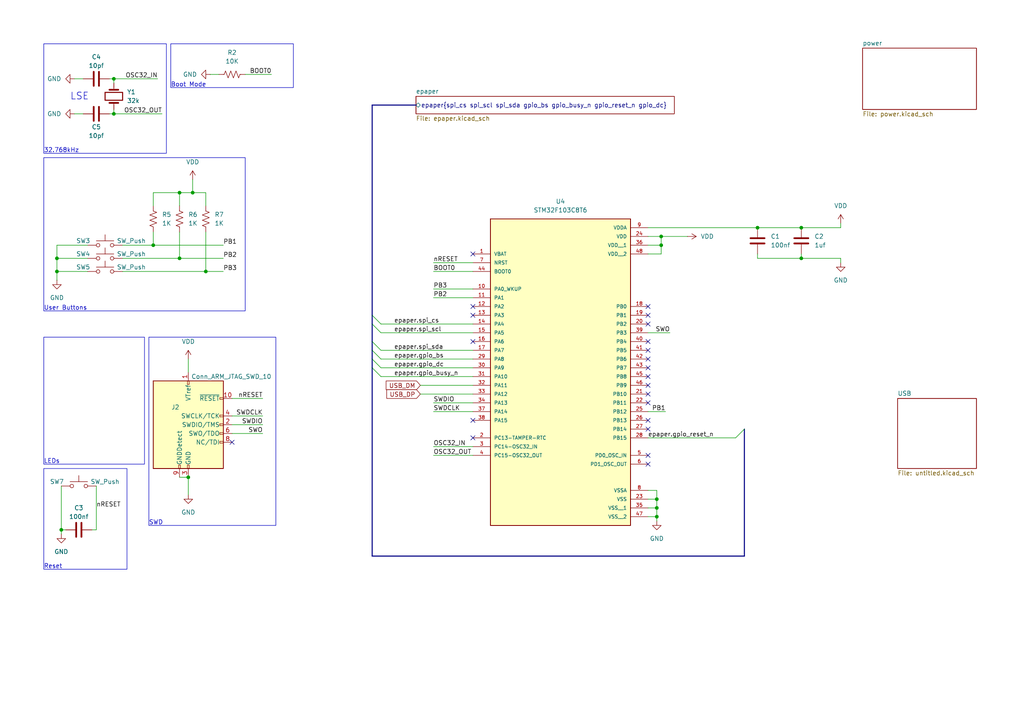
<source format=kicad_sch>
(kicad_sch (version 20231120) (generator "eeschema") (generator_version "8.0")
  (paper "A4")
  (lib_symbols
    (symbol "Connector:Conn_ARM_JTAG_SWD_10" (pin_names (offset 1.016))
      (property "Reference" "J" (at -2.54 16.51 0))
      (property "Value" "Conn_ARM_JTAG_SWD_10" (at -2.54 13.97 0))
      (symbol "Conn_ARM_JTAG_SWD_10_0_1"
        (rectangle (start -10.16 12.7) (end 10.16 -12.7) (stroke (width 0.254)) (fill (type background)))
        (rectangle (start -2.794 -12.7) (end -2.286 -11.684))
        (rectangle (start -0.254 -12.7) (end 0.254 -11.684))
        (rectangle (start -0.254 12.7) (end 0.254 11.684))
        (rectangle (start 9.144 2.286) (end 10.16 2.794))
        (rectangle (start 10.16 -2.794) (end 9.144 -2.286))
        (rectangle (start 10.16 -0.254) (end 9.144 0.254))
        (rectangle (start 10.16 7.874) (end 9.144 7.366))
      )
      (symbol "Conn_ARM_JTAG_SWD_10_1_1"
        (rectangle (start 9.144 -5.334) (end 10.16 -4.826))
        (pin power_in line (at 0 15.24 270) (length 2.54) (name "VTref") (number "1"))
        (pin open_collector line (at 12.7 7.62 180) (length 2.54) (name "~{RESET}") (number "10"))
        (pin bidirectional line (at 12.7 0 180) (length 2.54) (name "SWDIO/TMS") (number "2"))
        (pin power_in line (at 0 -15.24 90) (length 2.54) (name "GND") (number "3"))
        (pin output line (at 12.7 2.54 180) (length 2.54) (name "SWCLK/TCK") (number "4"))
        (pin passive line (at 0 -15.24 90) (length 2.54) hide (name "GND") (number "5"))
        (pin input line (at 12.7 -2.54 180) (length 2.54) (name "SWO/TDO") (number "6"))
        (pin no_connect line (at -10.16 0 0) (length 2.54) hide (name "KEY") (number "7"))
        (pin output line (at 12.7 -5.08 180) (length 2.54) (name "NC/TDI") (number "8"))
        (pin passive line (at -2.54 -15.24 90) (length 2.54) (name "GNDDetect") (number "9"))
      )
    )
    (symbol "Device:C" (pin_numbers hide) (pin_names (offset 0.254))
      (property "Reference" "C" (at 0.635 2.54 0))
      (property "Value" "C" (at 0.635 -2.54 0))
      (symbol "C_0_1"
        (polyline (pts (xy -2.032 -0.762) (xy 2.032 -0.762)) (stroke (width 0.508)))
        (polyline (pts (xy -2.032 0.762) (xy 2.032 0.762)) (stroke (width 0.508)))
      )
      (symbol "C_1_1"
        (pin passive line (at 0 3.81 270) (length 2.794) (name "~") (number "1"))
        (pin passive line (at 0 -3.81 90) (length 2.794) (name "~") (number "2"))
      )
    )
    (symbol "Device:Crystal" (pin_numbers hide) (pin_names (offset 1.016) hide)
      (property "Reference" "Y" (at 0 3.81 0))
      (property "Value" "Crystal" (at 0 -3.81 0))
      (symbol "Crystal_0_1"
        (rectangle (start -1.143 2.54) (end 1.143 -2.54) (stroke (width 0.3048)))
        (polyline (pts (xy -2.54 0) (xy -1.905 0)))
        (polyline (pts (xy -1.905 -1.27) (xy -1.905 1.27)) (stroke (width 0.508)))
        (polyline (pts (xy 1.905 -1.27) (xy 1.905 1.27)) (stroke (width 0.508)))
        (polyline (pts (xy 2.54 0) (xy 1.905 0)))
      )
      (symbol "Crystal_1_1"
        (pin passive line (at -3.81 0 0) (length 1.27) (name "1") (number "1"))
        (pin passive line (at 3.81 0 180) (length 1.27) (name "2") (number "2"))
      )
    )
    (symbol "Device:R_US" (pin_numbers hide) (pin_names (offset 0))
      (property "Reference" "R" (at 2.54 0 90))
      (property "Value" "R_US" (at -2.54 0 90))
      (symbol "R_US_0_1"
        (polyline (pts (xy 0 -2.286) (xy 0 -2.54)))
        (polyline (pts (xy 0 2.286) (xy 0 2.54)))
        (polyline (pts (xy 0 -0.762) (xy 1.016 -1.143) (xy 0 -1.524) (xy -1.016 -1.905) (xy 0 -2.286)))
        (polyline (pts (xy 0 0.762) (xy 1.016 0.381) (xy 0 0) (xy -1.016 -0.381) (xy 0 -0.762)))
        (polyline (pts (xy 0 2.286) (xy 1.016 1.905) (xy 0 1.524) (xy -1.016 1.143) (xy 0 0.762)))
      )
      (symbol "R_US_1_1"
        (pin passive line (at 0 3.81 270) (length 1.27) (name "~") (number "1"))
        (pin passive line (at 0 -3.81 90) (length 1.27) (name "~") (number "2"))
      )
    )
    (symbol "NoahLibrary:STM32F103C8T6" (pin_names (offset 1.016))
      (property "Reference" "U" (at -20.32 41.275 0))
      (property "Value" "STM32F103C8T6" (at -20.32 -50.8 0))
      (symbol "STM32F103C8T6_0_0"
        (rectangle (start -20.32 -48.26) (end 20.32 40.64) (stroke (width 0.254)) (fill (type background)))
        (pin bidirectional line (at -25.4 30.48 0) (length 5.08) (name "VBAT") (number "1"))
        (pin bidirectional line (at -25.4 20.32 0) (length 5.08) (name "PA0_WKUP") (number "10"))
        (pin bidirectional line (at -25.4 17.78 0) (length 5.08) (name "PA1") (number "11"))
        (pin bidirectional line (at -25.4 15.24 0) (length 5.08) (name "PA2") (number "12"))
        (pin bidirectional line (at -25.4 12.7 0) (length 5.08) (name "PA3") (number "13"))
        (pin bidirectional line (at -25.4 10.16 0) (length 5.08) (name "PA4") (number "14"))
        (pin bidirectional line (at -25.4 7.62 0) (length 5.08) (name "PA5") (number "15"))
        (pin bidirectional line (at -25.4 5.08 0) (length 5.08) (name "PA6") (number "16"))
        (pin bidirectional line (at -25.4 2.54 0) (length 5.08) (name "PA7") (number "17"))
        (pin bidirectional line (at 25.4 15.24 180) (length 5.08) (name "PB0") (number "18"))
        (pin bidirectional line (at 25.4 12.7 180) (length 5.08) (name "PB1") (number "19"))
        (pin bidirectional line (at -25.4 -22.86 0) (length 5.08) (name "PC13-TAMPER-RTC") (number "2"))
        (pin bidirectional line (at 25.4 10.16 180) (length 5.08) (name "PB2") (number "20"))
        (pin bidirectional line (at 25.4 -10.16 180) (length 5.08) (name "PB10") (number "21"))
        (pin bidirectional line (at 25.4 -12.7 180) (length 5.08) (name "PB11") (number "22"))
        (pin power_in line (at 25.4 -40.64 180) (length 5.08) (name "VSS") (number "23"))
        (pin power_in line (at 25.4 35.56 180) (length 5.08) (name "VDD") (number "24"))
        (pin bidirectional line (at 25.4 -15.24 180) (length 5.08) (name "PB12") (number "25"))
        (pin bidirectional line (at 25.4 -17.78 180) (length 5.08) (name "PB13") (number "26"))
        (pin bidirectional line (at 25.4 -20.32 180) (length 5.08) (name "PB14") (number "27"))
        (pin bidirectional line (at 25.4 -22.86 180) (length 5.08) (name "PB15") (number "28"))
        (pin bidirectional line (at -25.4 0 0) (length 5.08) (name "PA8") (number "29"))
        (pin bidirectional line (at -25.4 -25.4 0) (length 5.08) (name "PC14-OSC32_IN") (number "3"))
        (pin bidirectional line (at -25.4 -2.54 0) (length 5.08) (name "PA9") (number "30"))
        (pin bidirectional line (at -25.4 -5.08 0) (length 5.08) (name "PA10") (number "31"))
        (pin bidirectional line (at -25.4 -7.62 0) (length 5.08) (name "PA11") (number "32"))
        (pin bidirectional line (at -25.4 -10.16 0) (length 5.08) (name "PA12") (number "33"))
        (pin bidirectional line (at -25.4 -12.7 0) (length 5.08) (name "PA13") (number "34"))
        (pin power_in line (at 25.4 -43.18 180) (length 5.08) (name "VSS__1") (number "35"))
        (pin power_in line (at 25.4 33.02 180) (length 5.08) (name "VDD__1") (number "36"))
        (pin bidirectional line (at -25.4 -15.24 0) (length 5.08) (name "PA14") (number "37"))
        (pin bidirectional line (at -25.4 -17.78 0) (length 5.08) (name "PA15") (number "38"))
        (pin bidirectional line (at 25.4 7.62 180) (length 5.08) (name "PB3") (number "39"))
        (pin bidirectional line (at -25.4 -27.94 0) (length 5.08) (name "PC15-OSC32_OUT") (number "4"))
        (pin bidirectional line (at 25.4 5.08 180) (length 5.08) (name "PB4") (number "40"))
        (pin bidirectional line (at 25.4 2.54 180) (length 5.08) (name "PB5") (number "41"))
        (pin bidirectional line (at 25.4 0 180) (length 5.08) (name "PB6") (number "42"))
        (pin bidirectional line (at 25.4 -2.54 180) (length 5.08) (name "PB7") (number "43"))
        (pin input line (at -25.4 25.4 0) (length 5.08) (name "BOOT0") (number "44"))
        (pin bidirectional line (at 25.4 -5.08 180) (length 5.08) (name "PB8") (number "45"))
        (pin bidirectional line (at 25.4 -7.62 180) (length 5.08) (name "PB9") (number "46"))
        (pin power_in line (at 25.4 -45.72 180) (length 5.08) (name "VSS__2") (number "47"))
        (pin power_in line (at 25.4 30.48 180) (length 5.08) (name "VDD__2") (number "48"))
        (pin bidirectional line (at 25.4 -27.94 180) (length 5.08) (name "PD0_OSC_IN") (number "5"))
        (pin bidirectional line (at 25.4 -30.48 180) (length 5.08) (name "PD1_OSC_OUT") (number "6"))
        (pin input line (at -25.4 27.94 0) (length 5.08) (name "NRST") (number "7"))
        (pin power_in line (at 25.4 -38.1 180) (length 5.08) (name "VSSA") (number "8"))
        (pin power_in line (at 25.4 38.1 180) (length 5.08) (name "VDDA") (number "9"))
      )
    )
    (symbol "Switch:SW_Push" (pin_numbers hide) (pin_names (offset 1.016) hide)
      (property "Reference" "SW" (at 1.27 2.54 0))
      (property "Value" "SW_Push" (at 0 -1.524 0))
      (symbol "SW_Push_0_1"
        (circle (center -2.032 0) (radius 0.508))
        (polyline (pts (xy 0 1.27) (xy 0 3.048)))
        (polyline (pts (xy 2.54 1.27) (xy -2.54 1.27)))
        (circle (center 2.032 0) (radius 0.508))
        (pin passive line (at -5.08 0 0) (length 2.54) (name "1") (number "1"))
        (pin passive line (at 5.08 0 180) (length 2.54) (name "2") (number "2"))
      )
    )
    (symbol "power:GND" (power) (pin_numbers hide) (pin_names (offset 0) hide)
      (property "Value" "GND" (at 0 -3.81 0))
      (symbol "GND_0_1"
        (polyline (pts (xy 0 0) (xy 0 -1.27) (xy 1.27 -1.27) (xy 0 -2.54) (xy -1.27 -1.27) (xy 0 -1.27)))
      )
      (symbol "GND_1_1"
        (pin power_in line (at 0 0 270) (length 0) (name "~") (number "1"))
      )
    )
    (symbol "power:VDD" (power) (pin_numbers hide) (pin_names (offset 0) hide)
      (property "Value" "VDD" (at 0 3.556 0))
      (symbol "VDD_0_1"
        (polyline (pts (xy -0.762 1.27) (xy 0 2.54)))
        (polyline (pts (xy 0 0) (xy 0 2.54)))
        (polyline (pts (xy 0 2.54) (xy 0.762 1.27)))
      )
      (symbol "VDD_1_1"
        (pin power_in line (at 0 0 90) (length 0) (name "~") (number "1"))
      )
    )
  )
  (junction (at 190.5 147.32))
  (junction (at 33.02 22.86))
  (junction (at 190.5 149.86))
  (junction (at 33.02 33.02))
  (junction (at 190.5 144.78))
  (junction (at 54.61 138.43))
  (junction (at 59.69 78.74))
  (junction (at 191.77 71.12))
  (junction (at 16.51 78.74))
  (junction (at 16.51 74.93))
  (junction (at 44.45 71.12))
  (junction (at 52.07 74.93))
  (junction (at 232.41 66.04))
  (junction (at 52.07 55.88))
  (junction (at 17.78 153.67))
  (junction (at 232.41 74.93))
  (junction (at 55.88 55.88))
  (junction (at 191.77 68.58))
  (junction (at 219.71 66.04))
  (no_connect (at 187.96 132.08))
  (no_connect (at 187.96 121.92))
  (no_connect (at 187.96 124.46))
  (no_connect (at 137.16 99.06))
  (no_connect (at 137.16 91.44))
  (no_connect (at 187.96 111.76))
  (no_connect (at 187.96 114.3))
  (no_connect (at 187.96 116.84))
  (no_connect (at 187.96 91.44))
  (no_connect (at 137.16 88.9))
  (no_connect (at 67.31 128.27))
  (no_connect (at 187.96 99.06))
  (no_connect (at 187.96 134.62))
  (no_connect (at 187.96 104.14))
  (no_connect (at 137.16 121.92))
  (no_connect (at 187.96 93.98))
  (no_connect (at 137.16 73.66))
  (no_connect (at 187.96 88.9))
  (no_connect (at 187.96 106.68))
  (no_connect (at 187.96 101.6))
  (no_connect (at 187.96 109.22))
  (no_connect (at 137.16 127))
  (bus_entry (at 107.95 106.68) (size 2.54 2.54))
  (bus_entry (at 107.95 91.44) (size 2.54 2.54))
  (bus_entry (at 107.95 99.06) (size 2.54 2.54))
  (bus_entry (at 215.9 124.46) (size -2.54 2.54))
  (bus_entry (at 107.95 93.98) (size 2.54 2.54))
  (bus_entry (at 107.95 101.6) (size 2.54 2.54))
  (bus_entry (at 107.95 104.14) (size 2.54 2.54))
  (wire (pts (xy 187.96 142.24) (xy 190.5 142.24)))
  (wire (pts (xy 125.73 132.08) (xy 137.16 132.08)))
  (wire (pts (xy 31.75 33.02) (xy 33.02 33.02)))
  (wire (pts (xy 17.78 153.67) (xy 17.78 154.94)))
  (wire (pts (xy 52.07 67.31) (xy 52.07 74.93)))
  (wire (pts (xy 76.2 125.73) (xy 67.31 125.73)))
  (wire (pts (xy 59.69 55.88) (xy 59.69 59.69)))
  (bus (pts (xy 107.95 104.14) (xy 107.95 106.68)))
  (bus (pts (xy 120.65 30.48) (xy 107.95 30.48)))
  (wire (pts (xy 54.61 138.43) (xy 52.07 138.43)))
  (wire (pts (xy 21.59 33.02) (xy 24.13 33.02)))
  (wire (pts (xy 21.59 22.86) (xy 24.13 22.86)))
  (wire (pts (xy 125.73 116.84) (xy 137.16 116.84)))
  (bus (pts (xy 215.9 124.46) (xy 215.9 161.29)))
  (bus (pts (xy 107.95 99.06) (xy 107.95 101.6)))
  (wire (pts (xy 187.96 66.04) (xy 219.71 66.04)))
  (wire (pts (xy 232.41 74.93) (xy 232.41 73.66)))
  (wire (pts (xy 187.96 127) (xy 213.36 127)))
  (wire (pts (xy 44.45 71.12) (xy 64.77 71.12)))
  (wire (pts (xy 121.92 111.76) (xy 137.16 111.76)))
  (wire (pts (xy 16.51 71.12) (xy 16.51 74.93)))
  (wire (pts (xy 55.88 52.07) (xy 55.88 55.88)))
  (wire (pts (xy 52.07 55.88) (xy 52.07 59.69)))
  (wire (pts (xy 187.96 149.86) (xy 190.5 149.86)))
  (wire (pts (xy 71.12 21.59) (xy 78.74 21.59)))
  (wire (pts (xy 76.2 115.57) (xy 67.31 115.57)))
  (wire (pts (xy 25.4 71.12) (xy 16.51 71.12)))
  (wire (pts (xy 232.41 74.93) (xy 219.71 74.93)))
  (wire (pts (xy 27.94 140.97) (xy 27.94 153.67)))
  (wire (pts (xy 76.2 120.65) (xy 67.31 120.65)))
  (wire (pts (xy 110.49 101.6) (xy 137.16 101.6)))
  (wire (pts (xy 191.77 68.58) (xy 191.77 71.12)))
  (wire (pts (xy 110.49 106.68) (xy 137.16 106.68)))
  (wire (pts (xy 33.02 22.86) (xy 33.02 24.13)))
  (wire (pts (xy 190.5 147.32) (xy 190.5 149.86)))
  (wire (pts (xy 125.73 86.36) (xy 137.16 86.36)))
  (wire (pts (xy 44.45 67.31) (xy 44.45 71.12)))
  (wire (pts (xy 190.5 144.78) (xy 190.5 147.32)))
  (bus (pts (xy 107.95 161.29) (xy 215.9 161.29)))
  (wire (pts (xy 33.02 22.86) (xy 45.72 22.86)))
  (bus (pts (xy 107.95 93.98) (xy 107.95 99.06)))
  (wire (pts (xy 52.07 74.93) (xy 64.77 74.93)))
  (wire (pts (xy 187.96 119.38) (xy 193.04 119.38)))
  (wire (pts (xy 191.77 71.12) (xy 191.77 73.66)))
  (wire (pts (xy 219.71 66.04) (xy 232.41 66.04)))
  (wire (pts (xy 232.41 66.04) (xy 243.84 66.04)))
  (wire (pts (xy 76.2 123.19) (xy 67.31 123.19)))
  (wire (pts (xy 35.56 78.74) (xy 59.69 78.74)))
  (wire (pts (xy 243.84 66.04) (xy 243.84 64.77)))
  (wire (pts (xy 17.78 140.97) (xy 17.78 153.67)))
  (bus (pts (xy 107.95 101.6) (xy 107.95 104.14)))
  (wire (pts (xy 243.84 74.93) (xy 232.41 74.93)))
  (wire (pts (xy 121.92 114.3) (xy 137.16 114.3)))
  (wire (pts (xy 110.49 104.14) (xy 137.16 104.14)))
  (wire (pts (xy 125.73 76.2) (xy 137.16 76.2)))
  (wire (pts (xy 191.77 73.66) (xy 187.96 73.66)))
  (wire (pts (xy 54.61 138.43) (xy 54.61 143.51)))
  (wire (pts (xy 190.5 142.24) (xy 190.5 144.78)))
  (wire (pts (xy 55.88 55.88) (xy 59.69 55.88)))
  (wire (pts (xy 35.56 71.12) (xy 44.45 71.12)))
  (wire (pts (xy 16.51 78.74) (xy 25.4 78.74)))
  (wire (pts (xy 44.45 55.88) (xy 52.07 55.88)))
  (wire (pts (xy 187.96 68.58) (xy 191.77 68.58)))
  (wire (pts (xy 187.96 144.78) (xy 190.5 144.78)))
  (wire (pts (xy 191.77 68.58) (xy 199.39 68.58)))
  (wire (pts (xy 26.67 153.67) (xy 27.94 153.67)))
  (wire (pts (xy 33.02 33.02) (xy 33.02 31.75)))
  (wire (pts (xy 16.51 78.74) (xy 16.51 81.28)))
  (wire (pts (xy 125.73 119.38) (xy 137.16 119.38)))
  (wire (pts (xy 35.56 74.93) (xy 52.07 74.93)))
  (wire (pts (xy 243.84 74.93) (xy 243.84 76.2)))
  (bus (pts (xy 107.95 30.48) (xy 107.95 91.44)))
  (wire (pts (xy 33.02 33.02) (xy 46.99 33.02)))
  (wire (pts (xy 60.96 21.59) (xy 63.5 21.59)))
  (wire (pts (xy 110.49 96.52) (xy 137.16 96.52)))
  (bus (pts (xy 107.95 91.44) (xy 107.95 93.98)))
  (wire (pts (xy 16.51 74.93) (xy 16.51 78.74)))
  (bus (pts (xy 107.95 106.68) (xy 107.95 161.29)))
  (wire (pts (xy 190.5 149.86) (xy 190.5 151.13)))
  (wire (pts (xy 59.69 67.31) (xy 59.69 78.74)))
  (wire (pts (xy 44.45 55.88) (xy 44.45 59.69)))
  (wire (pts (xy 125.73 129.54) (xy 137.16 129.54)))
  (wire (pts (xy 187.96 96.52) (xy 194.31 96.52)))
  (wire (pts (xy 31.75 22.86) (xy 33.02 22.86)))
  (wire (pts (xy 110.49 109.22) (xy 137.16 109.22)))
  (wire (pts (xy 187.96 71.12) (xy 191.77 71.12)))
  (wire (pts (xy 16.51 74.93) (xy 25.4 74.93)))
  (wire (pts (xy 219.71 74.93) (xy 219.71 73.66)))
  (wire (pts (xy 52.07 55.88) (xy 55.88 55.88)))
  (wire (pts (xy 125.73 83.82) (xy 137.16 83.82)))
  (wire (pts (xy 187.96 147.32) (xy 190.5 147.32)))
  (wire (pts (xy 110.49 93.98) (xy 137.16 93.98)))
  (wire (pts (xy 17.78 153.67) (xy 19.05 153.67)))
  (wire (pts (xy 54.61 104.14) (xy 54.61 107.95)))
  (wire (pts (xy 59.69 78.74) (xy 64.77 78.74)))
  (wire (pts (xy 125.73 78.74) (xy 137.16 78.74)))
  (rectangle (start 12.7 97.79) (end 41.91 134.62))
  (rectangle (start 49.53 12.7) (end 85.09 25.4))
  (rectangle (start 43.18 97.79) (end 80.01 152.4))
  (rectangle (start 12.7 135.89) (end 36.83 165.1))
  (rectangle (start 12.7 12.7) (end 48.26 44.45))
  (rectangle (start 12.7 45.72) (end 71.12 90.17))
  (text "Boot Mode\n" (at 49.53 25.4 0) (effects (font (size 1.27 1.27)) (justify left bottom)))
  (text "User Buttons" (at 12.7 90.17 0) (effects (font (size 1.27 1.27)) (justify left bottom)))
  (text "LSE" (at 20.32 29.21 0) (effects (font (size 2 2)) (justify left bottom)))
  (text "32.768kHz" (at 12.7 44.45 0) (effects (font (size 1.27 1.27)) (justify left bottom)))
  (text "SWD" (at 43.18 152.4 0) (effects (font (size 1.27 1.27)) (justify left bottom)))
  (text "LEDs" (at 12.7 134.62 0) (effects (font (size 1.27 1.27)) (justify left bottom)))
  (text "Reset" (at 12.7 165.1 0) (effects (font (size 1.27 1.27)) (justify left bottom)))
  (label "epaper.gpio_dc" (at 114.3 106.68 0))
  (label "SWO" (at 194.31 96.52 180))
  (label "SWDIO" (at 76.2 123.19 180))
  (label "SWDIO" (at 125.73 116.84 0))
  (label "epaper.spi_cs" (at 114.3 93.98 0))
  (label "OSC32_OUT" (at 46.99 33.02 180))
  (label "BOOT0" (at 78.74 21.59 180))
  (label "OSC32_IN" (at 45.72 22.86 180))
  (label "PB1" (at 64.77 71.12 0))
  (label "OSC32_OUT" (at 125.73 132.08 0))
  (label "PB2" (at 125.73 86.36 0))
  (label "nRESET" (at 125.73 76.2 0))
  (label "nRESET" (at 76.2 115.57 180))
  (label "SWDCLK" (at 125.73 119.38 0))
  (label "PB1" (at 193.04 119.38 180))
  (label "nRESET" (at 27.94 147.32 0))
  (label "epaper.spi_scl" (at 114.3 96.52 0))
  (label "PB2" (at 64.77 74.93 0))
  (label "BOOT0" (at 125.73 78.74 0))
  (label "epaper.gpio_busy_n" (at 114.3 109.22 0))
  (label "PB3" (at 125.73 83.82 0))
  (label "SWDCLK" (at 76.2 120.65 180))
  (label "epaper.gpio_reset_n" (at 187.96 127 0))
  (label "epaper.gpio_bs" (at 114.3 104.14 0))
  (label "OSC32_IN" (at 125.73 129.54 0))
  (label "epaper.spi_sda" (at 114.3 101.6 0))
  (label "PB3" (at 64.77 78.74 0))
  (label "SWO" (at 76.2 125.73 180))
  (global_label "USB_DP" (shape input) (at 121.92 114.3 180) (property "Intersheetrefs" "${INTERSHEET_REFS}" (effects (hide yes))))
  (global_label "USB_DM" (shape input) (at 121.92 111.76 180) (property "Intersheetrefs" "${INTERSHEET_REFS}" (effects (hide yes))))
  (symbol (lib_id "Device:C") (at 232.41 69.85 0) (unit 1)
    (property "Reference" "C2" (at 236.22 68.58 0) (effects (justify left)))
    (property "Value" "1uf" (at 236.22 71.12 0) (effects (justify left)))
    (property "Footprint" "Capacitor_SMD:C_0603_1608Metric" (effects (hide yes)))
    (property "Description" "Unpolarized capacitor" (effects (hide yes)))
    (property "Link To Purchase" "https://www.mouser.com/ProductDetail/TAIYO-YUDEN/MSASU168AB7105KTNA01?qs=tlsG%2FOw5FFi8%2FWa2DKtI4Q%3D%3D" (effects (hide yes)))
    (property "Part Number" "MSASU168AB7105KTNA01" (effects (hide yes)))
    (property "JLCPCB Part #" "C90540" (effects (hide yes)))
    (property "LCSC Part Number" "C90540" (effects (hide yes)))
  )
  (symbol (lib_id "power:GND") (at 54.61 143.51 0) (unit 1)
    (property "Reference" "#PWR015" (effects (hide yes)))
    (property "Value" "GND" (at 54.61 148.59 0))
    (property "Description" "Power symbol creates a global label with name \"GND\" , ground" (effects (hide yes)))
  )
  (symbol (lib_id "power:VDD") (at 199.39 68.58 270) (unit 1)
    (property "Reference" "#PWR010" (effects (hide yes)))
    (property "Value" "VDD" (at 203.2 68.58 90) (effects (justify left)))
    (property "Description" "Power symbol creates a global label with name \"VDD\"" (effects (hide yes)))
  )
  (symbol (lib_id "Switch:SW_Push") (at 22.86 140.97 0) (unit 1)
    (property "Reference" "SW7" (at 16.51 139.7 0))
    (property "Value" "SW_Push" (at 30.48 139.7 0))
    (property "Footprint" "NoahsFootprints:PTS526" (effects (hide yes)))
    (property "Description" "Push button switch, generic, two pins" (effects (hide yes)))
    (property "Link To Purchase" "https://www.mouser.com/ProductDetail/CK/PTS526SMG20SMTR21-LFS?qs=MyNHzdoqoQLOqPcVU%2F1RhA%3D%3D" (effects (hide yes)))
    (property "Part Number" "PTS526SM15SMTR2LFS" (effects (hide yes)))
    (property "JLCPCB Part #" "C2689538" (effects (hide yes)))
    (property "LCSC Part Number" "C2689538" (effects (hide yes)))
  )
  (symbol (lib_id "Switch:SW_Push") (at 30.48 74.93 0) (unit 1)
    (property "Reference" "SW4" (at 24.13 73.66 0))
    (property "Value" "SW_Push" (at 38.1 73.66 0))
    (property "Footprint" "NoahsFootprints:PTS526" (effects (hide yes)))
    (property "Description" "Push button switch, generic, two pins" (effects (hide yes)))
    (property "Link To Purchase" "https://www.mouser.com/ProductDetail/CK/PTS526SMG20SMTR21-LFS?qs=MyNHzdoqoQLOqPcVU%2F1RhA%3D%3D" (effects (hide yes)))
    (property "Part Number" "PTS526SM15SMTR2LFS" (effects (hide yes)))
    (property "JLCPCB Part #" "C2689538" (effects (hide yes)))
    (property "LCSC Part Number" "C2689538" (effects (hide yes)))
  )
  (symbol (lib_id "Device:R_US") (at 44.45 63.5 180) (unit 1)
    (property "Reference" "R5" (at 46.99 62.23 0) (effects (justify right)))
    (property "Value" "1K" (at 46.99 64.77 0) (effects (justify right)))
    (property "Footprint" "Resistor_SMD:R_0603_1608Metric" (effects (hide yes)))
    (property "Description" "Resistor, US symbol" (effects (hide yes)))
    (property "Link To Purchase" "https://www.mouser.com/ProductDetail/Vishay-Dale/CRCW06031K00DHEBP?qs=sGAEpiMZZMtlubZbdhIBIEwnecvLzJsplaoLteA%252BENo%3D" (effects (hide yes)))
    (property "Part Number" "AC0603JR-071KL" (effects (hide yes)))
    (property "JLCPCB Part #" "C144622" (effects (hide yes)))
    (property "LCSC Part Number" "C144622" (effects (hide yes)))
  )
  (symbol (lib_id "power:VDD") (at 55.88 52.07 0) (unit 1)
    (property "Reference" "#PWR023" (effects (hide yes)))
    (property "Value" "VDD" (at 55.88 46.99 0))
    (property "Description" "Power symbol creates a global label with name \"VDD\"" (effects (hide yes)))
  )
  (symbol (lib_id "Device:C") (at 219.71 69.85 0) (unit 1)
    (property "Reference" "C1" (at 223.52 68.58 0) (effects (justify left)))
    (property "Value" "100nf" (at 223.52 71.12 0) (effects (justify left)))
    (property "Footprint" "Capacitor_SMD:C_0603_1608Metric" (effects (hide yes)))
    (property "Description" "Unpolarized capacitor" (effects (hide yes)))
    (property "Link To Purchase" "https://www.mouser.com/ProductDetail/KYOCERA-AVX/KAM15AR71H104KT?qs=Jm2GQyTW%2Fbh2%2FGRPGE98wA%3D%3D" (effects (hide yes)))
    (property "Part Number" "KAM15AR71H104KT" (effects (hide yes)))
    (property "JLCPCB Part #" "C14663" (effects (hide yes)))
    (property "LCSC Part Number" "C14663" (effects (hide yes)))
  )
  (symbol (lib_id "power:GND") (at 243.84 76.2 0) (unit 1)
    (property "Reference" "#PWR04" (effects (hide yes)))
    (property "Value" "GND" (at 243.84 81.28 0))
    (property "Description" "Power symbol creates a global label with name \"GND\" , ground" (effects (hide yes)))
  )
  (symbol (lib_id "power:VDD") (at 54.61 104.14 0) (unit 1)
    (property "Reference" "#PWR014" (effects (hide yes)))
    (property "Value" "VDD" (at 54.61 99.06 0))
    (property "Description" "Power symbol creates a global label with name \"VDD\"" (effects (hide yes)))
  )
  (symbol (lib_id "power:GND") (at 21.59 22.86 270) (unit 1)
    (property "Reference" "#PWR08" (effects (hide yes)))
    (property "Value" "GND" (at 17.78 22.86 90) (effects (justify right)))
    (property "Description" "Power symbol creates a global label with name \"GND\" , ground" (effects (hide yes)))
  )
  (symbol (lib_id "power:GND") (at 60.96 21.59 270) (unit 1)
    (property "Reference" "#PWR06" (effects (hide yes)))
    (property "Value" "GND" (at 57.15 21.59 90) (effects (justify right)))
    (property "Description" "Power symbol creates a global label with name \"GND\" , ground" (effects (hide yes)))
  )
  (symbol (lib_id "Device:C") (at 27.94 33.02 90) (unit 1)
    (property "Reference" "C5" (at 27.94 36.83 90))
    (property "Value" "10pf" (at 27.94 39.37 90))
    (property "Footprint" "Capacitor_SMD:C_0402_1005Metric" (effects (hide yes)))
    (property "Description" "Unpolarized capacitor" (effects (hide yes)))
    (property "Link To Purchase" "https://www.mouser.com/ProductDetail/KYOCERA-AVX/04023A100DAT2A?qs=Op3aA%252BNiUY4mkEZ8vW%2FVUA%3D%3D" (effects (hide yes)))
    (property "Part Number" "C0402C0G100J500NTB" (effects (hide yes)))
    (property "JLCPCB Part #" "C115606" (effects (hide yes)))
    (property "LCSC Part Number" "C115606" (effects (hide yes)))
  )
  (symbol (lib_id "Device:R_US") (at 67.31 21.59 90) (unit 1)
    (property "Reference" "R2" (at 67.31 15.24 90))
    (property "Value" "10K" (at 67.31 17.78 90))
    (property "Footprint" "Resistor_SMD:R_0603_1608Metric" (effects (hide yes)))
    (property "Description" "Resistor, US symbol" (effects (hide yes)))
    (property "Link To Purchase" "https://www.mouser.com/ProductDetail/Vishay-Dale/CRCW060310K0DHEAP?qs=sGAEpiMZZMtG0KNrPCHnjbD5EksNHRvvwR24PjuumVs%3D" (effects (hide yes)))
    (property "Part Number" "CRCW060310K0DHEAP" (effects (hide yes)))
    (property "JLCPCB Part #" "C25804" (effects (hide yes)))
    (property "LCSC Part Number" "C25804" (effects (hide yes)))
  )
  (symbol (lib_id "NoahLibrary:STM32F103C8T6") (at 162.56 104.14 0) (unit 1)
    (property "Reference" "U4" (at 162.56 58.42 0))
    (property "Value" "STM32F103C8T6" (at 162.56 60.96 0))
    (property "Footprint" "NoahsFootprints:LQFP-48" (effects (hide yes)))
    (property "PARTREV" "10" (effects (hide yes)))
    (property "MANUFACTURER" "ST Microelectronics" (effects (hide yes)))
    (property "STANDARD" "IPC7351B" (effects (hide yes)))
    (property "Part Number" "STM32F103C8T6" (effects (hide yes)))
    (property "JLCPCB Part #" "C8734" (effects (hide yes)))
    (property "LCSC Part Number" "C8734" (effects (hide yes)))
  )
  (symbol (lib_id "power:GND") (at 21.59 33.02 270) (unit 1)
    (property "Reference" "#PWR09" (effects (hide yes)))
    (property "Value" "GND" (at 17.78 33.02 90) (effects (justify right)))
    (property "Description" "Power symbol creates a global label with name \"GND\" , ground" (effects (hide yes)))
  )
  (symbol (lib_id "Device:R_US") (at 59.69 63.5 180) (unit 1)
    (property "Reference" "R7" (at 62.23 62.23 0) (effects (justify right)))
    (property "Value" "1K" (at 62.23 64.77 0) (effects (justify right)))
    (property "Footprint" "Resistor_SMD:R_0603_1608Metric" (effects (hide yes)))
    (property "Description" "Resistor, US symbol" (effects (hide yes)))
    (property "Link To Purchase" "https://www.mouser.com/ProductDetail/Vishay-Dale/CRCW06031K00DHEBP?qs=sGAEpiMZZMtlubZbdhIBIEwnecvLzJsplaoLteA%252BENo%3D" (effects (hide yes)))
    (property "Part Number" "AC0603JR-071KL" (effects (hide yes)))
    (property "JLCPCB Part #" "C144622" (effects (hide yes)))
    (property "LCSC Part Number" "C144622" (effects (hide yes)))
  )
  (symbol (lib_id "Switch:SW_Push") (at 30.48 71.12 0) (unit 1)
    (property "Reference" "SW3" (at 24.13 69.85 0))
    (property "Value" "SW_Push" (at 38.1 69.85 0))
    (property "Footprint" "NoahsFootprints:PTS526" (effects (hide yes)))
    (property "Description" "Push button switch, generic, two pins" (effects (hide yes)))
    (property "Link To Purchase" "https://www.mouser.com/ProductDetail/CK/PTS526SMG20SMTR21-LFS?qs=MyNHzdoqoQLOqPcVU%2F1RhA%3D%3D" (effects (hide yes)))
    (property "Part Number" "PTS526SM15SMTR2LFS" (effects (hide yes)))
    (property "JLCPCB Part #" "C2689538" (effects (hide yes)))
    (property "LCSC Part Number" "C2689538" (effects (hide yes)))
  )
  (symbol (lib_id "Device:C") (at 27.94 22.86 90) (unit 1)
    (property "Reference" "C4" (at 27.94 16.51 90))
    (property "Value" "10pf" (at 27.94 19.05 90))
    (property "Footprint" "Capacitor_SMD:C_0402_1005Metric" (effects (hide yes)))
    (property "Description" "Unpolarized capacitor" (effects (hide yes)))
    (property "Link To Purchase" "https://www.mouser.com/ProductDetail/KYOCERA-AVX/04023A100DAT2A?qs=Op3aA%252BNiUY4mkEZ8vW%2FVUA%3D%3D" (effects (hide yes)))
    (property "Part Number" "C0402C0G100J500NTB" (effects (hide yes)))
    (property "JLCPCB Part #" "C115606" (effects (hide yes)))
    (property "LCSC Part Number" "C115606" (effects (hide yes)))
  )
  (symbol (lib_id "power:GND") (at 16.51 81.28 0) (unit 1)
    (property "Reference" "#PWR024" (effects (hide yes)))
    (property "Value" "GND" (at 16.51 86.36 0))
    (property "Description" "Power symbol creates a global label with name \"GND\" , ground" (effects (hide yes)))
  )
  (symbol (lib_id "Device:Crystal") (at 33.02 27.94 270) (unit 1)
    (property "Reference" "Y1" (at 36.83 26.67 90) (effects (justify left)))
    (property "Value" "32k" (at 36.83 29.21 90) (effects (justify left)))
    (property "Footprint" "Crystal:Crystal_SMD_3215-2Pin_3.2x1.5mm" (effects (hide yes)))
    (property "Description" "Two pin crystal" (effects (hide yes)))
    (property "Part Number" "SF32K32768D91T-B" (effects (hide yes)))
    (property "Link To Purchase" "https://www.mouser.com/ProductDetail/Epson-Timing/FC2012SN-32.768K-90NNA0KC0?qs=HoCaDK9Nz5e2hHfst9nD9Q%3D%3D" (effects (hide yes)))
    (property "JLCPCB Part #" "C907542" (effects (hide yes)))
    (property "LCSC Part Number" "C907542" (effects (hide yes)))
  )
  (symbol (lib_id "power:GND") (at 190.5 151.13 0) (unit 1)
    (property "Reference" "#PWR02" (effects (hide yes)))
    (property "Value" "GND" (at 190.5 156.21 0))
    (property "Description" "Power symbol creates a global label with name \"GND\" , ground" (effects (hide yes)))
  )
  (symbol (lib_id "power:GND") (at 17.78 154.94 0) (unit 1)
    (property "Reference" "#PWR07" (effects (hide yes)))
    (property "Value" "GND" (at 17.78 160.02 0))
    (property "Description" "Power symbol creates a global label with name \"GND\" , ground" (effects (hide yes)))
  )
  (symbol (lib_id "power:VDD") (at 243.84 64.77 0) (unit 1)
    (property "Reference" "#PWR03" (effects (hide yes)))
    (property "Value" "VDD" (at 243.84 59.69 0))
    (property "Description" "Power symbol creates a global label with name \"VDD\"" (effects (hide yes)))
  )
  (symbol (lib_id "Device:R_US") (at 52.07 63.5 180) (unit 1)
    (property "Reference" "R6" (at 54.61 62.23 0) (effects (justify right)))
    (property "Value" "1K" (at 54.61 64.77 0) (effects (justify right)))
    (property "Footprint" "Resistor_SMD:R_0603_1608Metric" (effects (hide yes)))
    (property "Description" "Resistor, US symbol" (effects (hide yes)))
    (property "Link To Purchase" "https://www.mouser.com/ProductDetail/Vishay-Dale/CRCW06031K00DHEBP?qs=sGAEpiMZZMtlubZbdhIBIEwnecvLzJsplaoLteA%252BENo%3D" (effects (hide yes)))
    (property "Part Number" "AC0603JR-071KL" (effects (hide yes)))
    (property "JLCPCB Part #" "C144622" (effects (hide yes)))
    (property "LCSC Part Number" "C144622" (effects (hide yes)))
  )
  (symbol (lib_id "Switch:SW_Push") (at 30.48 78.74 0) (unit 1)
    (property "Reference" "SW5" (at 24.13 77.47 0))
    (property "Value" "SW_Push" (at 38.1 77.47 0))
    (property "Footprint" "NoahsFootprints:PTS526" (effects (hide yes)))
    (property "Description" "Push button switch, generic, two pins" (effects (hide yes)))
    (property "Link To Purchase" "https://www.mouser.com/ProductDetail/CK/PTS526SMG20SMTR21-LFS?qs=MyNHzdoqoQLOqPcVU%2F1RhA%3D%3D" (effects (hide yes)))
    (property "Part Number" "PTS526SM15SMTR2LFS" (effects (hide yes)))
    (property "JLCPCB Part #" "C2689538" (effects (hide yes)))
    (property "LCSC Part Number" "C2689538" (effects (hide yes)))
  )
  (symbol (lib_id "Device:C") (at 22.86 153.67 90) (unit 1)
    (property "Reference" "C3" (at 22.86 147.32 90))
    (property "Value" "100nf" (at 22.86 149.86 90))
    (property "Footprint" "Capacitor_SMD:C_0603_1608Metric" (effects (hide yes)))
    (property "Description" "Unpolarized capacitor" (effects (hide yes)))
    (property "Link To Purchase" "https://www.mouser.com/ProductDetail/KYOCERA-AVX/KAM15AR71H104KT?qs=Jm2GQyTW%2Fbh2%2FGRPGE98wA%3D%3D" (effects (hide yes)))
    (property "Part Number" "KAM15AR71H104KT" (effects (hide yes)))
    (property "JLCPCB Part #" "C14663" (effects (hide yes)))
    (property "LCSC Part Number" "C14663" (effects (hide yes)))
  )
  (symbol (lib_id "Connector:Conn_ARM_JTAG_SWD_10") (at 54.61 123.19 0) (unit 1)
    (property "Reference" "J2" (at 52.07 118.11 0) (effects (justify right)))
    (property "Value" "Conn_ARM_JTAG_SWD_10" (at 78.74 109.22 0) (effects (justify right)))
    (property "Footprint" "Connector_PinHeader_1.27mm:PinHeader_2x05_P1.27mm_Vertical_SMD" (effects (hide yes)))
    (property "Datasheet" "http://infocenter.arm.com/help/topic/com.arm.doc.ddi0314h/DDI0314H_coresight_components_trm.pdf" (effects (hide yes)))
    (property "Description" "Cortex Debug Connector, standard ARM Cortex-M SWD and JTAG interface" (effects (hide yes)))
    (property "Link To Purchase" "https://www.mouser.com/ProductDetail/Amphenol-FCI/20021121-00010T4LF?qs=oJs1R%252BxK6kTva5Su0CuB6g%3D%3D" (effects (hide yes)))
    (property "Part Number" "20021121-00010T4LF" (effects (hide yes)))
    (property "JLCPCB Part #" "C598540" (effects (hide yes)))
    (property "LCSC Part Number" "C598540" (effects (hide yes)))
  )
  (sheet (at 260.35 115.57) (size 22.86 20.32) (stroke (width 0.1524))
    (property "Sheetname" "USB" (at 260.35 114.8584 0) (effects (justify left bottom)))
    (property "Sheetfile" "untitled.kicad_sch" (at 260.35 136.4746 0) (effects (justify left top)))
  )
  (sheet (at 120.65 27.94) (size 74.93 5.08) (stroke (width 0.1524))
    (property "Sheetname" "epaper" (at 120.65 27.2284 0) (effects (justify left bottom)))
    (property "Sheetfile" "epaper.kicad_sch" (at 120.65 33.6046 0) (effects (justify left top)))
    (pin "epaper{spi_cs spi_scl spi_sda gpio_bs gpio_busy_n gpio_reset_n gpio_dc}" bidirectional (at 120.65 30.48 180))
  )
  (sheet (at 250.19 13.97) (size 33.02 17.78) (stroke (width 0.1524))
    (property "Sheetname" "power" (at 250.19 13.2584 0) (effects (justify left bottom)))
    (property "Sheetfile" "power.kicad_sch" (at 250.19 32.3346 0) (effects (justify left top)))
  )
)
</source>
